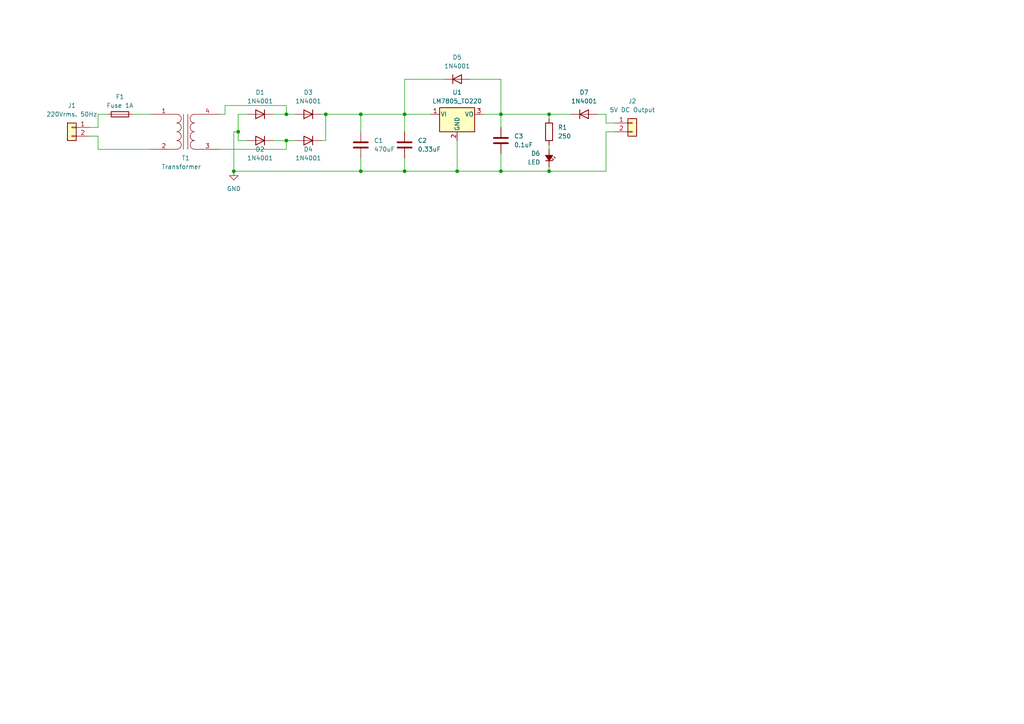
<source format=kicad_sch>
(kicad_sch (version 20230121) (generator eeschema)

  (uuid fd3bbd57-7101-4f51-8ab1-5f523834a250)

  (paper "A4")

  (lib_symbols
    (symbol "Connector_Generic:Conn_01x02" (pin_names (offset 1.016) hide) (in_bom yes) (on_board yes)
      (property "Reference" "J" (at 0 2.54 0)
        (effects (font (size 1.27 1.27)))
      )
      (property "Value" "Conn_01x02" (at 0 -5.08 0)
        (effects (font (size 1.27 1.27)))
      )
      (property "Footprint" "" (at 0 0 0)
        (effects (font (size 1.27 1.27)) hide)
      )
      (property "Datasheet" "~" (at 0 0 0)
        (effects (font (size 1.27 1.27)) hide)
      )
      (property "ki_keywords" "connector" (at 0 0 0)
        (effects (font (size 1.27 1.27)) hide)
      )
      (property "ki_description" "Generic connector, single row, 01x02, script generated (kicad-library-utils/schlib/autogen/connector/)" (at 0 0 0)
        (effects (font (size 1.27 1.27)) hide)
      )
      (property "ki_fp_filters" "Connector*:*_1x??_*" (at 0 0 0)
        (effects (font (size 1.27 1.27)) hide)
      )
      (symbol "Conn_01x02_1_1"
        (rectangle (start -1.27 -2.413) (end 0 -2.667)
          (stroke (width 0.1524) (type default))
          (fill (type none))
        )
        (rectangle (start -1.27 0.127) (end 0 -0.127)
          (stroke (width 0.1524) (type default))
          (fill (type none))
        )
        (rectangle (start -1.27 1.27) (end 1.27 -3.81)
          (stroke (width 0.254) (type default))
          (fill (type background))
        )
        (pin passive line (at -5.08 0 0) (length 3.81)
          (name "Pin_1" (effects (font (size 1.27 1.27))))
          (number "1" (effects (font (size 1.27 1.27))))
        )
        (pin passive line (at -5.08 -2.54 0) (length 3.81)
          (name "Pin_2" (effects (font (size 1.27 1.27))))
          (number "2" (effects (font (size 1.27 1.27))))
        )
      )
    )
    (symbol "Device:C" (pin_numbers hide) (pin_names (offset 0.254)) (in_bom yes) (on_board yes)
      (property "Reference" "C" (at 0.635 2.54 0)
        (effects (font (size 1.27 1.27)) (justify left))
      )
      (property "Value" "C" (at 0.635 -2.54 0)
        (effects (font (size 1.27 1.27)) (justify left))
      )
      (property "Footprint" "" (at 0.9652 -3.81 0)
        (effects (font (size 1.27 1.27)) hide)
      )
      (property "Datasheet" "~" (at 0 0 0)
        (effects (font (size 1.27 1.27)) hide)
      )
      (property "ki_keywords" "cap capacitor" (at 0 0 0)
        (effects (font (size 1.27 1.27)) hide)
      )
      (property "ki_description" "Unpolarized capacitor" (at 0 0 0)
        (effects (font (size 1.27 1.27)) hide)
      )
      (property "ki_fp_filters" "C_*" (at 0 0 0)
        (effects (font (size 1.27 1.27)) hide)
      )
      (symbol "C_0_1"
        (polyline
          (pts
            (xy -2.032 -0.762)
            (xy 2.032 -0.762)
          )
          (stroke (width 0.508) (type default))
          (fill (type none))
        )
        (polyline
          (pts
            (xy -2.032 0.762)
            (xy 2.032 0.762)
          )
          (stroke (width 0.508) (type default))
          (fill (type none))
        )
      )
      (symbol "C_1_1"
        (pin passive line (at 0 3.81 270) (length 2.794)
          (name "~" (effects (font (size 1.27 1.27))))
          (number "1" (effects (font (size 1.27 1.27))))
        )
        (pin passive line (at 0 -3.81 90) (length 2.794)
          (name "~" (effects (font (size 1.27 1.27))))
          (number "2" (effects (font (size 1.27 1.27))))
        )
      )
    )
    (symbol "Device:Fuse" (pin_numbers hide) (pin_names (offset 0)) (in_bom yes) (on_board yes)
      (property "Reference" "F" (at 2.032 0 90)
        (effects (font (size 1.27 1.27)))
      )
      (property "Value" "Fuse" (at -1.905 0 90)
        (effects (font (size 1.27 1.27)))
      )
      (property "Footprint" "" (at -1.778 0 90)
        (effects (font (size 1.27 1.27)) hide)
      )
      (property "Datasheet" "~" (at 0 0 0)
        (effects (font (size 1.27 1.27)) hide)
      )
      (property "ki_keywords" "fuse" (at 0 0 0)
        (effects (font (size 1.27 1.27)) hide)
      )
      (property "ki_description" "Fuse" (at 0 0 0)
        (effects (font (size 1.27 1.27)) hide)
      )
      (property "ki_fp_filters" "*Fuse*" (at 0 0 0)
        (effects (font (size 1.27 1.27)) hide)
      )
      (symbol "Fuse_0_1"
        (rectangle (start -0.762 -2.54) (end 0.762 2.54)
          (stroke (width 0.254) (type default))
          (fill (type none))
        )
        (polyline
          (pts
            (xy 0 2.54)
            (xy 0 -2.54)
          )
          (stroke (width 0) (type default))
          (fill (type none))
        )
      )
      (symbol "Fuse_1_1"
        (pin passive line (at 0 3.81 270) (length 1.27)
          (name "~" (effects (font (size 1.27 1.27))))
          (number "1" (effects (font (size 1.27 1.27))))
        )
        (pin passive line (at 0 -3.81 90) (length 1.27)
          (name "~" (effects (font (size 1.27 1.27))))
          (number "2" (effects (font (size 1.27 1.27))))
        )
      )
    )
    (symbol "Device:LED_Small_Filled" (pin_numbers hide) (pin_names (offset 0.254) hide) (in_bom yes) (on_board yes)
      (property "Reference" "D" (at -1.27 3.175 0)
        (effects (font (size 1.27 1.27)) (justify left))
      )
      (property "Value" "LED_Small_Filled" (at -4.445 -2.54 0)
        (effects (font (size 1.27 1.27)) (justify left))
      )
      (property "Footprint" "" (at 0 0 90)
        (effects (font (size 1.27 1.27)) hide)
      )
      (property "Datasheet" "~" (at 0 0 90)
        (effects (font (size 1.27 1.27)) hide)
      )
      (property "ki_keywords" "LED diode light-emitting-diode" (at 0 0 0)
        (effects (font (size 1.27 1.27)) hide)
      )
      (property "ki_description" "Light emitting diode, small symbol, filled shape" (at 0 0 0)
        (effects (font (size 1.27 1.27)) hide)
      )
      (property "ki_fp_filters" "LED* LED_SMD:* LED_THT:*" (at 0 0 0)
        (effects (font (size 1.27 1.27)) hide)
      )
      (symbol "LED_Small_Filled_0_1"
        (polyline
          (pts
            (xy -0.762 -1.016)
            (xy -0.762 1.016)
          )
          (stroke (width 0.254) (type default))
          (fill (type none))
        )
        (polyline
          (pts
            (xy 1.016 0)
            (xy -0.762 0)
          )
          (stroke (width 0) (type default))
          (fill (type none))
        )
        (polyline
          (pts
            (xy 0.762 -1.016)
            (xy -0.762 0)
            (xy 0.762 1.016)
            (xy 0.762 -1.016)
          )
          (stroke (width 0.254) (type default))
          (fill (type outline))
        )
        (polyline
          (pts
            (xy 0 0.762)
            (xy -0.508 1.27)
            (xy -0.254 1.27)
            (xy -0.508 1.27)
            (xy -0.508 1.016)
          )
          (stroke (width 0) (type default))
          (fill (type none))
        )
        (polyline
          (pts
            (xy 0.508 1.27)
            (xy 0 1.778)
            (xy 0.254 1.778)
            (xy 0 1.778)
            (xy 0 1.524)
          )
          (stroke (width 0) (type default))
          (fill (type none))
        )
      )
      (symbol "LED_Small_Filled_1_1"
        (pin passive line (at -2.54 0 0) (length 1.778)
          (name "K" (effects (font (size 1.27 1.27))))
          (number "1" (effects (font (size 1.27 1.27))))
        )
        (pin passive line (at 2.54 0 180) (length 1.778)
          (name "A" (effects (font (size 1.27 1.27))))
          (number "2" (effects (font (size 1.27 1.27))))
        )
      )
    )
    (symbol "Device:R" (pin_numbers hide) (pin_names (offset 0)) (in_bom yes) (on_board yes)
      (property "Reference" "R" (at 2.032 0 90)
        (effects (font (size 1.27 1.27)))
      )
      (property "Value" "R" (at 0 0 90)
        (effects (font (size 1.27 1.27)))
      )
      (property "Footprint" "" (at -1.778 0 90)
        (effects (font (size 1.27 1.27)) hide)
      )
      (property "Datasheet" "~" (at 0 0 0)
        (effects (font (size 1.27 1.27)) hide)
      )
      (property "ki_keywords" "R res resistor" (at 0 0 0)
        (effects (font (size 1.27 1.27)) hide)
      )
      (property "ki_description" "Resistor" (at 0 0 0)
        (effects (font (size 1.27 1.27)) hide)
      )
      (property "ki_fp_filters" "R_*" (at 0 0 0)
        (effects (font (size 1.27 1.27)) hide)
      )
      (symbol "R_0_1"
        (rectangle (start -1.016 -2.54) (end 1.016 2.54)
          (stroke (width 0.254) (type default))
          (fill (type none))
        )
      )
      (symbol "R_1_1"
        (pin passive line (at 0 3.81 270) (length 1.27)
          (name "~" (effects (font (size 1.27 1.27))))
          (number "1" (effects (font (size 1.27 1.27))))
        )
        (pin passive line (at 0 -3.81 90) (length 1.27)
          (name "~" (effects (font (size 1.27 1.27))))
          (number "2" (effects (font (size 1.27 1.27))))
        )
      )
    )
    (symbol "Device:Transformer_1P_1S" (pin_names (offset 1.016) hide) (in_bom yes) (on_board yes)
      (property "Reference" "T" (at 0 6.35 0)
        (effects (font (size 1.27 1.27)))
      )
      (property "Value" "Transformer_1P_1S" (at 0 -7.62 0)
        (effects (font (size 1.27 1.27)))
      )
      (property "Footprint" "" (at 0 0 0)
        (effects (font (size 1.27 1.27)) hide)
      )
      (property "Datasheet" "~" (at 0 0 0)
        (effects (font (size 1.27 1.27)) hide)
      )
      (property "ki_keywords" "transformer coil magnet" (at 0 0 0)
        (effects (font (size 1.27 1.27)) hide)
      )
      (property "ki_description" "Transformer, single primary, single secondary" (at 0 0 0)
        (effects (font (size 1.27 1.27)) hide)
      )
      (symbol "Transformer_1P_1S_0_1"
        (arc (start -2.54 -5.0546) (mid -1.6599 -4.6901) (end -1.27 -3.81)
          (stroke (width 0) (type default))
          (fill (type none))
        )
        (arc (start -2.54 -2.5146) (mid -1.6599 -2.1501) (end -1.27 -1.27)
          (stroke (width 0) (type default))
          (fill (type none))
        )
        (arc (start -2.54 0.0254) (mid -1.6599 0.3899) (end -1.27 1.27)
          (stroke (width 0) (type default))
          (fill (type none))
        )
        (arc (start -2.54 2.5654) (mid -1.6599 2.9299) (end -1.27 3.81)
          (stroke (width 0) (type default))
          (fill (type none))
        )
        (arc (start -1.27 -3.81) (mid -1.642 -2.912) (end -2.54 -2.54)
          (stroke (width 0) (type default))
          (fill (type none))
        )
        (arc (start -1.27 -1.27) (mid -1.642 -0.372) (end -2.54 0)
          (stroke (width 0) (type default))
          (fill (type none))
        )
        (arc (start -1.27 1.27) (mid -1.642 2.168) (end -2.54 2.54)
          (stroke (width 0) (type default))
          (fill (type none))
        )
        (arc (start -1.27 3.81) (mid -1.642 4.708) (end -2.54 5.08)
          (stroke (width 0) (type default))
          (fill (type none))
        )
        (polyline
          (pts
            (xy -0.635 5.08)
            (xy -0.635 -5.08)
          )
          (stroke (width 0) (type default))
          (fill (type none))
        )
        (polyline
          (pts
            (xy 0.635 -5.08)
            (xy 0.635 5.08)
          )
          (stroke (width 0) (type default))
          (fill (type none))
        )
        (arc (start 1.2954 -1.27) (mid 1.6599 -2.1501) (end 2.54 -2.5146)
          (stroke (width 0) (type default))
          (fill (type none))
        )
        (arc (start 1.2954 1.27) (mid 1.6599 0.3899) (end 2.54 0.0254)
          (stroke (width 0) (type default))
          (fill (type none))
        )
        (arc (start 1.2954 3.81) (mid 1.6599 2.9299) (end 2.54 2.5654)
          (stroke (width 0) (type default))
          (fill (type none))
        )
        (arc (start 1.3208 -3.81) (mid 1.6853 -4.6901) (end 2.5654 -5.0546)
          (stroke (width 0) (type default))
          (fill (type none))
        )
        (arc (start 2.54 0) (mid 1.642 -0.372) (end 1.2954 -1.27)
          (stroke (width 0) (type default))
          (fill (type none))
        )
        (arc (start 2.54 2.54) (mid 1.642 2.168) (end 1.2954 1.27)
          (stroke (width 0) (type default))
          (fill (type none))
        )
        (arc (start 2.54 5.08) (mid 1.642 4.708) (end 1.2954 3.81)
          (stroke (width 0) (type default))
          (fill (type none))
        )
        (arc (start 2.5654 -2.54) (mid 1.6674 -2.912) (end 1.3208 -3.81)
          (stroke (width 0) (type default))
          (fill (type none))
        )
      )
      (symbol "Transformer_1P_1S_1_1"
        (pin passive line (at -10.16 5.08 0) (length 7.62)
          (name "AA" (effects (font (size 1.27 1.27))))
          (number "1" (effects (font (size 1.27 1.27))))
        )
        (pin passive line (at -10.16 -5.08 0) (length 7.62)
          (name "AB" (effects (font (size 1.27 1.27))))
          (number "2" (effects (font (size 1.27 1.27))))
        )
        (pin passive line (at 10.16 -5.08 180) (length 7.62)
          (name "SA" (effects (font (size 1.27 1.27))))
          (number "3" (effects (font (size 1.27 1.27))))
        )
        (pin passive line (at 10.16 5.08 180) (length 7.62)
          (name "SB" (effects (font (size 1.27 1.27))))
          (number "4" (effects (font (size 1.27 1.27))))
        )
      )
    )
    (symbol "Diode:1N4001" (pin_numbers hide) (pin_names hide) (in_bom yes) (on_board yes)
      (property "Reference" "D" (at 0 2.54 0)
        (effects (font (size 1.27 1.27)))
      )
      (property "Value" "1N4001" (at 0 -2.54 0)
        (effects (font (size 1.27 1.27)))
      )
      (property "Footprint" "Diode_THT:D_DO-41_SOD81_P10.16mm_Horizontal" (at 0 0 0)
        (effects (font (size 1.27 1.27)) hide)
      )
      (property "Datasheet" "http://www.vishay.com/docs/88503/1n4001.pdf" (at 0 0 0)
        (effects (font (size 1.27 1.27)) hide)
      )
      (property "Sim.Device" "D" (at 0 0 0)
        (effects (font (size 1.27 1.27)) hide)
      )
      (property "Sim.Pins" "1=K 2=A" (at 0 0 0)
        (effects (font (size 1.27 1.27)) hide)
      )
      (property "ki_keywords" "diode" (at 0 0 0)
        (effects (font (size 1.27 1.27)) hide)
      )
      (property "ki_description" "50V 1A General Purpose Rectifier Diode, DO-41" (at 0 0 0)
        (effects (font (size 1.27 1.27)) hide)
      )
      (property "ki_fp_filters" "D*DO?41*" (at 0 0 0)
        (effects (font (size 1.27 1.27)) hide)
      )
      (symbol "1N4001_0_1"
        (polyline
          (pts
            (xy -1.27 1.27)
            (xy -1.27 -1.27)
          )
          (stroke (width 0.254) (type default))
          (fill (type none))
        )
        (polyline
          (pts
            (xy 1.27 0)
            (xy -1.27 0)
          )
          (stroke (width 0) (type default))
          (fill (type none))
        )
        (polyline
          (pts
            (xy 1.27 1.27)
            (xy 1.27 -1.27)
            (xy -1.27 0)
            (xy 1.27 1.27)
          )
          (stroke (width 0.254) (type default))
          (fill (type none))
        )
      )
      (symbol "1N4001_1_1"
        (pin passive line (at -3.81 0 0) (length 2.54)
          (name "K" (effects (font (size 1.27 1.27))))
          (number "1" (effects (font (size 1.27 1.27))))
        )
        (pin passive line (at 3.81 0 180) (length 2.54)
          (name "A" (effects (font (size 1.27 1.27))))
          (number "2" (effects (font (size 1.27 1.27))))
        )
      )
    )
    (symbol "Regulator_Linear:LM7805_TO220" (pin_names (offset 0.254)) (in_bom yes) (on_board yes)
      (property "Reference" "U" (at -3.81 3.175 0)
        (effects (font (size 1.27 1.27)))
      )
      (property "Value" "LM7805_TO220" (at 0 3.175 0)
        (effects (font (size 1.27 1.27)) (justify left))
      )
      (property "Footprint" "Package_TO_SOT_THT:TO-220-3_Vertical" (at 0 5.715 0)
        (effects (font (size 1.27 1.27) italic) hide)
      )
      (property "Datasheet" "https://www.onsemi.cn/PowerSolutions/document/MC7800-D.PDF" (at 0 -1.27 0)
        (effects (font (size 1.27 1.27)) hide)
      )
      (property "ki_keywords" "Voltage Regulator 1A Positive" (at 0 0 0)
        (effects (font (size 1.27 1.27)) hide)
      )
      (property "ki_description" "Positive 1A 35V Linear Regulator, Fixed Output 5V, TO-220" (at 0 0 0)
        (effects (font (size 1.27 1.27)) hide)
      )
      (property "ki_fp_filters" "TO?220*" (at 0 0 0)
        (effects (font (size 1.27 1.27)) hide)
      )
      (symbol "LM7805_TO220_0_1"
        (rectangle (start -5.08 1.905) (end 5.08 -5.08)
          (stroke (width 0.254) (type default))
          (fill (type background))
        )
      )
      (symbol "LM7805_TO220_1_1"
        (pin power_in line (at -7.62 0 0) (length 2.54)
          (name "VI" (effects (font (size 1.27 1.27))))
          (number "1" (effects (font (size 1.27 1.27))))
        )
        (pin power_in line (at 0 -7.62 90) (length 2.54)
          (name "GND" (effects (font (size 1.27 1.27))))
          (number "2" (effects (font (size 1.27 1.27))))
        )
        (pin power_out line (at 7.62 0 180) (length 2.54)
          (name "VO" (effects (font (size 1.27 1.27))))
          (number "3" (effects (font (size 1.27 1.27))))
        )
      )
    )
    (symbol "power:GND" (power) (pin_names (offset 0)) (in_bom yes) (on_board yes)
      (property "Reference" "#PWR" (at 0 -6.35 0)
        (effects (font (size 1.27 1.27)) hide)
      )
      (property "Value" "GND" (at 0 -3.81 0)
        (effects (font (size 1.27 1.27)))
      )
      (property "Footprint" "" (at 0 0 0)
        (effects (font (size 1.27 1.27)) hide)
      )
      (property "Datasheet" "" (at 0 0 0)
        (effects (font (size 1.27 1.27)) hide)
      )
      (property "ki_keywords" "global power" (at 0 0 0)
        (effects (font (size 1.27 1.27)) hide)
      )
      (property "ki_description" "Power symbol creates a global label with name \"GND\" , ground" (at 0 0 0)
        (effects (font (size 1.27 1.27)) hide)
      )
      (symbol "GND_0_1"
        (polyline
          (pts
            (xy 0 0)
            (xy 0 -1.27)
            (xy 1.27 -1.27)
            (xy 0 -2.54)
            (xy -1.27 -1.27)
            (xy 0 -1.27)
          )
          (stroke (width 0) (type default))
          (fill (type none))
        )
      )
      (symbol "GND_1_1"
        (pin power_in line (at 0 0 270) (length 0) hide
          (name "GND" (effects (font (size 1.27 1.27))))
          (number "1" (effects (font (size 1.27 1.27))))
        )
      )
    )
  )

  (junction (at 159.258 33.147) (diameter 0) (color 0 0 0 0)
    (uuid 082d7944-aeea-4af0-b9c7-eb6455c66549)
  )
  (junction (at 83.058 40.767) (diameter 0) (color 0 0 0 0)
    (uuid 12985456-4ab4-412f-9f46-42198517aa67)
  )
  (junction (at 117.348 49.657) (diameter 0) (color 0 0 0 0)
    (uuid 17f7838a-de7b-4e3d-8d2d-870589575890)
  )
  (junction (at 104.648 49.657) (diameter 0) (color 0 0 0 0)
    (uuid 333b8a1e-e373-4066-ab66-a1c5f826ac75)
  )
  (junction (at 69.088 38.227) (diameter 0) (color 0 0 0 0)
    (uuid 4ee72fa8-fe4f-4cc6-b2a0-b4939fcc92f3)
  )
  (junction (at 159.258 49.657) (diameter 0) (color 0 0 0 0)
    (uuid 66f29af3-19fb-489a-9a01-2e7f3e8d445a)
  )
  (junction (at 104.648 33.147) (diameter 0) (color 0 0 0 0)
    (uuid 77a715c4-f590-4657-a235-a019ccc97497)
  )
  (junction (at 145.288 49.657) (diameter 0) (color 0 0 0 0)
    (uuid 7f27f650-556c-4327-9962-3853008eab26)
  )
  (junction (at 117.348 33.147) (diameter 0) (color 0 0 0 0)
    (uuid 86f75cd5-b4da-4a13-8507-4f946e76181e)
  )
  (junction (at 145.288 33.147) (diameter 0) (color 0 0 0 0)
    (uuid 925d48e7-f82f-46d0-b92e-d21129d5c92b)
  )
  (junction (at 94.488 33.147) (diameter 0) (color 0 0 0 0)
    (uuid a870f5f0-c951-45db-ac8f-327def760185)
  )
  (junction (at 67.818 49.657) (diameter 0) (color 0 0 0 0)
    (uuid c01c29bd-9219-43fa-ac95-ed27c28fca21)
  )
  (junction (at 132.588 49.657) (diameter 0) (color 0 0 0 0)
    (uuid f4053b23-9182-4a33-af02-c11c75eff1a9)
  )
  (junction (at 83.058 33.147) (diameter 0) (color 0 0 0 0)
    (uuid f423366f-87ab-4c34-a409-5b9fa5882321)
  )

  (wire (pts (xy 28.448 36.957) (xy 25.908 36.957))
    (stroke (width 0) (type default))
    (uuid 00a173b8-0f1b-48ec-a727-57c8761f4d0f)
  )
  (wire (pts (xy 145.288 22.987) (xy 145.288 33.147))
    (stroke (width 0) (type default))
    (uuid 016ae18c-c1b8-4741-b35a-0a9944b6dd7d)
  )
  (wire (pts (xy 178.308 38.227) (xy 175.768 38.227))
    (stroke (width 0) (type default))
    (uuid 0db59a1e-71ae-48a8-b66f-afe0b37645ca)
  )
  (wire (pts (xy 175.768 38.227) (xy 175.768 49.657))
    (stroke (width 0) (type default))
    (uuid 181eef4d-c7d8-4e00-a80b-9dbfabbb2f82)
  )
  (wire (pts (xy 132.588 40.767) (xy 132.588 49.657))
    (stroke (width 0) (type default))
    (uuid 1e94ad14-3c0a-4fdd-8583-d3f788de2893)
  )
  (wire (pts (xy 83.058 30.607) (xy 83.058 33.147))
    (stroke (width 0) (type default))
    (uuid 25da65e9-b4a9-4da4-aac1-229b759a8617)
  )
  (wire (pts (xy 38.608 33.147) (xy 43.688 33.147))
    (stroke (width 0) (type default))
    (uuid 2f26a729-eafa-4d27-ad6b-10e96d306b44)
  )
  (wire (pts (xy 104.648 33.147) (xy 117.348 33.147))
    (stroke (width 0) (type default))
    (uuid 30d85c8f-3dbc-4417-973f-f0b9128dcb69)
  )
  (wire (pts (xy 173.228 33.147) (xy 175.768 33.147))
    (stroke (width 0) (type default))
    (uuid 33eef8dc-0593-48a4-8a22-acc05d6acf59)
  )
  (wire (pts (xy 69.088 33.147) (xy 69.088 38.227))
    (stroke (width 0) (type default))
    (uuid 34ba0f0a-a3f3-4168-9708-48ebfeef233a)
  )
  (wire (pts (xy 30.988 33.147) (xy 28.448 33.147))
    (stroke (width 0) (type default))
    (uuid 38c2a513-ad72-44af-ba74-a78eadaf66d2)
  )
  (wire (pts (xy 69.088 40.767) (xy 71.628 40.767))
    (stroke (width 0) (type default))
    (uuid 3b5a8a58-e0b4-4a9b-9e39-ad7d6d3aca7f)
  )
  (wire (pts (xy 69.088 38.227) (xy 69.088 40.767))
    (stroke (width 0) (type default))
    (uuid 488015b2-540f-4d1a-9974-f4fdff1680a6)
  )
  (wire (pts (xy 132.588 49.657) (xy 145.288 49.657))
    (stroke (width 0) (type default))
    (uuid 4e1b4dbf-e1bf-45eb-89ec-09e4d40e0b6b)
  )
  (wire (pts (xy 159.258 34.417) (xy 159.258 33.147))
    (stroke (width 0) (type default))
    (uuid 5d2866c6-002f-4b47-9c08-bfff77af4403)
  )
  (wire (pts (xy 79.248 33.147) (xy 83.058 33.147))
    (stroke (width 0) (type default))
    (uuid 5d2a8411-5c3b-4186-8fd7-40042f91206c)
  )
  (wire (pts (xy 145.288 33.147) (xy 140.208 33.147))
    (stroke (width 0) (type default))
    (uuid 5dbfa017-bde5-48c7-a1b7-ded8843b698e)
  )
  (wire (pts (xy 67.818 49.657) (xy 67.818 38.227))
    (stroke (width 0) (type default))
    (uuid 6220d33d-ebdf-4e2c-aa6e-f245d0e9b91e)
  )
  (wire (pts (xy 104.648 45.847) (xy 104.648 49.657))
    (stroke (width 0) (type default))
    (uuid 634b6446-a863-488d-b9e1-3c33162c2282)
  )
  (wire (pts (xy 104.648 33.147) (xy 104.648 38.227))
    (stroke (width 0) (type default))
    (uuid 63687917-cf36-491d-96e6-2c65a6852dd4)
  )
  (wire (pts (xy 83.058 33.147) (xy 85.598 33.147))
    (stroke (width 0) (type default))
    (uuid 6cf91329-3e71-4f2c-b1da-95805eaa5b21)
  )
  (wire (pts (xy 94.488 33.147) (xy 104.648 33.147))
    (stroke (width 0) (type default))
    (uuid 6e5cfcdf-64df-4996-9978-0224d1aa89bb)
  )
  (wire (pts (xy 83.058 43.307) (xy 83.058 40.767))
    (stroke (width 0) (type default))
    (uuid 788fc522-0423-4e4d-936b-b8674ae23008)
  )
  (wire (pts (xy 159.258 33.147) (xy 165.608 33.147))
    (stroke (width 0) (type default))
    (uuid 7ad76f2c-b20c-42c4-abb3-62f3e230530a)
  )
  (wire (pts (xy 43.688 43.307) (xy 28.448 43.307))
    (stroke (width 0) (type default))
    (uuid 80d247d3-efa7-4ce4-90ab-539ccfcd7143)
  )
  (wire (pts (xy 159.258 48.387) (xy 159.258 49.657))
    (stroke (width 0) (type default))
    (uuid 811abc79-3cd2-4438-a3ab-dde4ce50217f)
  )
  (wire (pts (xy 117.348 33.147) (xy 124.968 33.147))
    (stroke (width 0) (type default))
    (uuid 84f0174e-5c30-4fd3-94df-4183ea8154a0)
  )
  (wire (pts (xy 67.818 49.657) (xy 104.648 49.657))
    (stroke (width 0) (type default))
    (uuid 86a1cbf1-006b-499d-8ced-a9630f293cfd)
  )
  (wire (pts (xy 117.348 45.847) (xy 117.348 49.657))
    (stroke (width 0) (type default))
    (uuid 8821b8fb-58db-4768-a6df-8c2b0c2e1129)
  )
  (wire (pts (xy 145.288 44.577) (xy 145.288 49.657))
    (stroke (width 0) (type default))
    (uuid 88639c07-235f-4ad5-9721-e83ffb02b5fc)
  )
  (wire (pts (xy 93.218 40.767) (xy 94.488 40.767))
    (stroke (width 0) (type default))
    (uuid 92a19449-fde9-4d62-8d2c-f4d66a54834a)
  )
  (wire (pts (xy 28.448 43.307) (xy 28.448 39.497))
    (stroke (width 0) (type default))
    (uuid 93408ab2-4afb-40d9-8833-12bdc2012517)
  )
  (wire (pts (xy 159.258 49.657) (xy 145.288 49.657))
    (stroke (width 0) (type default))
    (uuid 97bf4db9-7a0f-484f-b660-88a491fd9485)
  )
  (wire (pts (xy 93.218 33.147) (xy 94.488 33.147))
    (stroke (width 0) (type default))
    (uuid 97db2aec-69ea-47cc-ad45-60c65193fad2)
  )
  (wire (pts (xy 145.288 33.147) (xy 145.288 36.957))
    (stroke (width 0) (type default))
    (uuid 9840857c-62fe-4a92-895e-6523f0ca01f2)
  )
  (wire (pts (xy 159.258 49.657) (xy 175.768 49.657))
    (stroke (width 0) (type default))
    (uuid 98c4d9de-913f-4c19-a56f-e99eb9d0eb37)
  )
  (wire (pts (xy 65.278 30.607) (xy 83.058 30.607))
    (stroke (width 0) (type default))
    (uuid 9d1f6d78-49bf-4c89-a280-bffc05f53314)
  )
  (wire (pts (xy 136.398 22.987) (xy 145.288 22.987))
    (stroke (width 0) (type default))
    (uuid 9fd83d30-4890-4f1b-a0c3-1a9b1898bad1)
  )
  (wire (pts (xy 64.008 33.147) (xy 65.278 33.147))
    (stroke (width 0) (type default))
    (uuid a2029d8c-669e-4cc5-9079-fe5127b15aa3)
  )
  (wire (pts (xy 28.448 33.147) (xy 28.448 36.957))
    (stroke (width 0) (type default))
    (uuid a46a6b09-0770-4522-9080-4fac60fd55e8)
  )
  (wire (pts (xy 64.008 43.307) (xy 83.058 43.307))
    (stroke (width 0) (type default))
    (uuid a54bb303-da5c-4c57-b840-ab350d95f7ba)
  )
  (wire (pts (xy 117.348 49.657) (xy 104.648 49.657))
    (stroke (width 0) (type default))
    (uuid aea33575-f50f-4515-9371-30800124e292)
  )
  (wire (pts (xy 117.348 49.657) (xy 132.588 49.657))
    (stroke (width 0) (type default))
    (uuid b70046e4-0252-4310-8725-0b097531e021)
  )
  (wire (pts (xy 128.778 22.987) (xy 117.348 22.987))
    (stroke (width 0) (type default))
    (uuid b9f13244-bee1-4753-b9cb-014c52eed331)
  )
  (wire (pts (xy 117.348 22.987) (xy 117.348 33.147))
    (stroke (width 0) (type default))
    (uuid bddb74ba-584a-41d4-b382-09fa98dac473)
  )
  (wire (pts (xy 159.258 33.147) (xy 145.288 33.147))
    (stroke (width 0) (type default))
    (uuid cd1012aa-6eb9-4be5-bd53-e421b144ae1a)
  )
  (wire (pts (xy 159.258 42.037) (xy 159.258 43.307))
    (stroke (width 0) (type default))
    (uuid cdb6e633-6359-40d4-bb26-e3f439e5437a)
  )
  (wire (pts (xy 65.278 33.147) (xy 65.278 30.607))
    (stroke (width 0) (type default))
    (uuid d3732468-fada-4eeb-a12c-3bdc2bbd8204)
  )
  (wire (pts (xy 117.348 33.147) (xy 117.348 38.227))
    (stroke (width 0) (type default))
    (uuid d9cff002-4f41-409a-bbf9-cc0997ae53f8)
  )
  (wire (pts (xy 67.818 38.227) (xy 69.088 38.227))
    (stroke (width 0) (type default))
    (uuid e221867f-30e5-442c-83ad-a06edd286782)
  )
  (wire (pts (xy 94.488 40.767) (xy 94.488 33.147))
    (stroke (width 0) (type default))
    (uuid e393d53b-2339-412a-8ef7-fba881b43cfa)
  )
  (wire (pts (xy 25.908 39.497) (xy 28.448 39.497))
    (stroke (width 0) (type default))
    (uuid e3ef0bf9-b336-491e-9dcd-645b01fcdb65)
  )
  (wire (pts (xy 71.628 33.147) (xy 69.088 33.147))
    (stroke (width 0) (type default))
    (uuid e70f682e-4fa0-4cd3-827f-760174982958)
  )
  (wire (pts (xy 83.058 40.767) (xy 85.598 40.767))
    (stroke (width 0) (type default))
    (uuid ecd334f2-43cd-482b-a023-d7c9d84ba4c6)
  )
  (wire (pts (xy 175.768 33.147) (xy 175.768 35.687))
    (stroke (width 0) (type default))
    (uuid ef0d8709-622f-4639-b752-0e567ea97be4)
  )
  (wire (pts (xy 175.768 35.687) (xy 178.308 35.687))
    (stroke (width 0) (type default))
    (uuid f4e07485-4157-4d17-9da5-04d1974fc553)
  )
  (wire (pts (xy 79.248 40.767) (xy 83.058 40.767))
    (stroke (width 0) (type default))
    (uuid fe6269c0-7f98-415c-ab7a-0c0f6dd65364)
  )

  (symbol (lib_id "Regulator_Linear:LM7805_TO220") (at 132.588 33.147 0) (unit 1)
    (in_bom yes) (on_board yes) (dnp no) (fields_autoplaced)
    (uuid 0233f109-cafd-44c0-98ee-e8eba6bdd756)
    (property "Reference" "U1" (at 132.588 26.797 0)
      (effects (font (size 1.27 1.27)))
    )
    (property "Value" "LM7805_TO220" (at 132.588 29.337 0)
      (effects (font (size 1.27 1.27)))
    )
    (property "Footprint" "Package_TO_SOT_THT:TO-220-3_Vertical" (at 132.588 27.432 0)
      (effects (font (size 1.27 1.27) italic) hide)
    )
    (property "Datasheet" "https://www.onsemi.cn/PowerSolutions/document/MC7800-D.PDF" (at 132.588 34.417 0)
      (effects (font (size 1.27 1.27)) hide)
    )
    (pin "1" (uuid 647236d7-8155-4f61-85aa-5c6dcd01a589))
    (pin "2" (uuid 50ca8c0d-d696-43c5-9a72-687189eb732e))
    (pin "3" (uuid 4b126a03-67e2-4fa3-8d00-8b2a56750e52))
    (instances
      (project "Fuente_regulada"
        (path "/3737d60c-2942-49bd-af7a-fe3faa0f8d08"
          (reference "U1") (unit 1)
        )
      )
      (project "Pendulo_inverso"
        (path "/fd3bbd57-7101-4f51-8ab1-5f523834a250"
          (reference "U1") (unit 1)
        )
      )
    )
  )

  (symbol (lib_id "Diode:1N4001") (at 75.438 33.147 180) (unit 1)
    (in_bom yes) (on_board yes) (dnp no) (fields_autoplaced)
    (uuid 0dd6b9d2-add6-4cdf-9ed1-fe25404e5089)
    (property "Reference" "D1" (at 75.438 26.797 0)
      (effects (font (size 1.27 1.27)))
    )
    (property "Value" "1N4001" (at 75.438 29.337 0)
      (effects (font (size 1.27 1.27)))
    )
    (property "Footprint" "Diode_THT:D_DO-41_SOD81_P10.16mm_Horizontal" (at 75.438 33.147 0)
      (effects (font (size 1.27 1.27)) hide)
    )
    (property "Datasheet" "http://www.vishay.com/docs/88503/1n4001.pdf" (at 75.438 33.147 0)
      (effects (font (size 1.27 1.27)) hide)
    )
    (property "Sim.Device" "D" (at 75.438 33.147 0)
      (effects (font (size 1.27 1.27)) hide)
    )
    (property "Sim.Pins" "1=K 2=A" (at 75.438 33.147 0)
      (effects (font (size 1.27 1.27)) hide)
    )
    (pin "1" (uuid c8b1ee5b-3ce0-4e45-9df7-417047dcb83f))
    (pin "2" (uuid 33201e7b-9b72-46a4-be06-4445da7a6c16))
    (instances
      (project "Fuente_regulada"
        (path "/3737d60c-2942-49bd-af7a-fe3faa0f8d08"
          (reference "D1") (unit 1)
        )
      )
      (project "Pendulo_inverso"
        (path "/fd3bbd57-7101-4f51-8ab1-5f523834a250"
          (reference "D1") (unit 1)
        )
      )
    )
  )

  (symbol (lib_id "Diode:1N4001") (at 132.588 22.987 0) (unit 1)
    (in_bom yes) (on_board yes) (dnp no) (fields_autoplaced)
    (uuid 1dac8f8d-cd64-4f5b-8f8a-092b7aa19262)
    (property "Reference" "D5" (at 132.588 16.637 0)
      (effects (font (size 1.27 1.27)))
    )
    (property "Value" "1N4001" (at 132.588 19.177 0)
      (effects (font (size 1.27 1.27)))
    )
    (property "Footprint" "Diode_THT:D_DO-41_SOD81_P10.16mm_Horizontal" (at 132.588 22.987 0)
      (effects (font (size 1.27 1.27)) hide)
    )
    (property "Datasheet" "http://www.vishay.com/docs/88503/1n4001.pdf" (at 132.588 22.987 0)
      (effects (font (size 1.27 1.27)) hide)
    )
    (property "Sim.Device" "D" (at 132.588 22.987 0)
      (effects (font (size 1.27 1.27)) hide)
    )
    (property "Sim.Pins" "1=K 2=A" (at 132.588 22.987 0)
      (effects (font (size 1.27 1.27)) hide)
    )
    (pin "1" (uuid 062c9eb0-c01a-4a90-adc6-88e99bcadab0))
    (pin "2" (uuid d5452bb1-1841-4f48-bfbb-2c05c5b9666a))
    (instances
      (project "Fuente_regulada"
        (path "/3737d60c-2942-49bd-af7a-fe3faa0f8d08"
          (reference "D5") (unit 1)
        )
      )
      (project "Pendulo_inverso"
        (path "/fd3bbd57-7101-4f51-8ab1-5f523834a250"
          (reference "D5") (unit 1)
        )
      )
    )
  )

  (symbol (lib_id "Device:C") (at 145.288 40.767 0) (unit 1)
    (in_bom yes) (on_board yes) (dnp no) (fields_autoplaced)
    (uuid 346c926d-9902-4728-945d-86f7d9d068a9)
    (property "Reference" "C3" (at 149.098 39.497 0)
      (effects (font (size 1.27 1.27)) (justify left))
    )
    (property "Value" "0.1uF" (at 149.098 42.037 0)
      (effects (font (size 1.27 1.27)) (justify left))
    )
    (property "Footprint" "Capacitor_SMD:CP_Elec_3x5.3" (at 146.2532 44.577 0)
      (effects (font (size 1.27 1.27)) hide)
    )
    (property "Datasheet" "~" (at 145.288 40.767 0)
      (effects (font (size 1.27 1.27)) hide)
    )
    (pin "1" (uuid 9606a17d-395c-4d27-b065-0df0806c53c5))
    (pin "2" (uuid 97ed408c-4dda-4f04-b8b7-ccabf543f4ec))
    (instances
      (project "Fuente_regulada"
        (path "/3737d60c-2942-49bd-af7a-fe3faa0f8d08"
          (reference "C3") (unit 1)
        )
      )
      (project "Pendulo_inverso"
        (path "/fd3bbd57-7101-4f51-8ab1-5f523834a250"
          (reference "C3") (unit 1)
        )
      )
    )
  )

  (symbol (lib_id "Diode:1N4001") (at 89.408 40.767 180) (unit 1)
    (in_bom yes) (on_board yes) (dnp no)
    (uuid 581877c6-c18f-4869-9cbf-2cd6c35bdb8a)
    (property "Reference" "D4" (at 89.408 43.307 0)
      (effects (font (size 1.27 1.27)))
    )
    (property "Value" "1N4001" (at 89.408 45.847 0)
      (effects (font (size 1.27 1.27)))
    )
    (property "Footprint" "Diode_THT:D_DO-41_SOD81_P10.16mm_Horizontal" (at 89.408 40.767 0)
      (effects (font (size 1.27 1.27)) hide)
    )
    (property "Datasheet" "http://www.vishay.com/docs/88503/1n4001.pdf" (at 89.408 40.767 0)
      (effects (font (size 1.27 1.27)) hide)
    )
    (property "Sim.Device" "D" (at 89.408 40.767 0)
      (effects (font (size 1.27 1.27)) hide)
    )
    (property "Sim.Pins" "1=K 2=A" (at 89.408 40.767 0)
      (effects (font (size 1.27 1.27)) hide)
    )
    (pin "1" (uuid dd48a5da-5e00-45fe-aec9-2fb982e13993))
    (pin "2" (uuid 8a9731ed-d61c-4997-9aae-cb574590721d))
    (instances
      (project "Fuente_regulada"
        (path "/3737d60c-2942-49bd-af7a-fe3faa0f8d08"
          (reference "D4") (unit 1)
        )
      )
      (project "Pendulo_inverso"
        (path "/fd3bbd57-7101-4f51-8ab1-5f523834a250"
          (reference "D4") (unit 1)
        )
      )
    )
  )

  (symbol (lib_id "Device:LED_Small_Filled") (at 159.258 45.847 270) (mirror x) (unit 1)
    (in_bom yes) (on_board yes) (dnp no)
    (uuid 63a95364-0292-4339-8a14-3f3eab6ec5d2)
    (property "Reference" "D6" (at 156.718 44.5135 90)
      (effects (font (size 1.27 1.27)) (justify right))
    )
    (property "Value" "LED" (at 156.718 47.0535 90)
      (effects (font (size 1.27 1.27)) (justify right))
    )
    (property "Footprint" "LED_SMD:LED_0201_0603Metric" (at 159.258 45.847 90)
      (effects (font (size 1.27 1.27)) hide)
    )
    (property "Datasheet" "~" (at 159.258 45.847 90)
      (effects (font (size 1.27 1.27)) hide)
    )
    (pin "1" (uuid d2a56d44-0c7e-4da9-8dad-a01809d3a14f))
    (pin "2" (uuid e4d86b37-6424-42b3-b112-5abe51a2edea))
    (instances
      (project "Fuente_regulada"
        (path "/3737d60c-2942-49bd-af7a-fe3faa0f8d08"
          (reference "D6") (unit 1)
        )
      )
      (project "Pendulo_inverso"
        (path "/fd3bbd57-7101-4f51-8ab1-5f523834a250"
          (reference "D6") (unit 1)
        )
      )
    )
  )

  (symbol (lib_id "Connector_Generic:Conn_01x02") (at 183.388 35.687 0) (unit 1)
    (in_bom yes) (on_board yes) (dnp no)
    (uuid 71f75595-35f6-4329-85fe-b1ad92a5f37e)
    (property "Reference" "J3" (at 183.388 29.337 0)
      (effects (font (size 1.27 1.27)))
    )
    (property "Value" "5V DC Output" (at 183.388 31.877 0)
      (effects (font (size 1.27 1.27)))
    )
    (property "Footprint" "Connector:Banana_Jack_2Pin" (at 183.388 35.687 0)
      (effects (font (size 1.27 1.27)) hide)
    )
    (property "Datasheet" "~" (at 183.388 35.687 0)
      (effects (font (size 1.27 1.27)) hide)
    )
    (pin "1" (uuid cd9fffa2-9f8c-4ad8-9afe-2b3e583737b9))
    (pin "2" (uuid 0a12546c-3c81-442e-b218-c6c1a062d72f))
    (instances
      (project "Fuente_regulada"
        (path "/3737d60c-2942-49bd-af7a-fe3faa0f8d08"
          (reference "J3") (unit 1)
        )
      )
      (project "Pendulo_inverso"
        (path "/fd3bbd57-7101-4f51-8ab1-5f523834a250"
          (reference "J2") (unit 1)
        )
      )
    )
  )

  (symbol (lib_id "Connector_Generic:Conn_01x02") (at 20.828 36.957 0) (mirror y) (unit 1)
    (in_bom yes) (on_board yes) (dnp no) (fields_autoplaced)
    (uuid 73fad49a-77f6-4013-a9cd-b3823c582b8e)
    (property "Reference" "J1" (at 20.828 30.607 0)
      (effects (font (size 1.27 1.27)))
    )
    (property "Value" "220Vrms. 50Hz" (at 20.828 33.147 0)
      (effects (font (size 1.27 1.27)))
    )
    (property "Footprint" "Connector:Banana_Jack_2Pin" (at 20.828 36.957 0)
      (effects (font (size 1.27 1.27)) hide)
    )
    (property "Datasheet" "~" (at 20.828 36.957 0)
      (effects (font (size 1.27 1.27)) hide)
    )
    (pin "1" (uuid e2f55524-c96f-46c5-af4e-844d39b93cf4))
    (pin "2" (uuid a8c418df-5382-4d0c-b622-056af3a92bea))
    (instances
      (project "Fuente_regulada"
        (path "/3737d60c-2942-49bd-af7a-fe3faa0f8d08"
          (reference "J1") (unit 1)
        )
      )
      (project "Pendulo_inverso"
        (path "/fd3bbd57-7101-4f51-8ab1-5f523834a250"
          (reference "J1") (unit 1)
        )
      )
    )
  )

  (symbol (lib_id "Device:C") (at 104.648 42.037 0) (unit 1)
    (in_bom yes) (on_board yes) (dnp no) (fields_autoplaced)
    (uuid 958c9cd5-7932-40b8-a7c0-79f4edeaa3ed)
    (property "Reference" "C1" (at 108.458 40.767 0)
      (effects (font (size 1.27 1.27)) (justify left))
    )
    (property "Value" "470uF" (at 108.458 43.307 0)
      (effects (font (size 1.27 1.27)) (justify left))
    )
    (property "Footprint" "Capacitor_SMD:CP_Elec_3x5.3" (at 105.6132 45.847 0)
      (effects (font (size 1.27 1.27)) hide)
    )
    (property "Datasheet" "~" (at 104.648 42.037 0)
      (effects (font (size 1.27 1.27)) hide)
    )
    (pin "1" (uuid 4071a116-2890-4d79-a6cb-51c1ebfdfcc1))
    (pin "2" (uuid abea7175-4977-424c-9351-a71bab86e04c))
    (instances
      (project "Fuente_regulada"
        (path "/3737d60c-2942-49bd-af7a-fe3faa0f8d08"
          (reference "C1") (unit 1)
        )
      )
      (project "Pendulo_inverso"
        (path "/fd3bbd57-7101-4f51-8ab1-5f523834a250"
          (reference "C1") (unit 1)
        )
      )
    )
  )

  (symbol (lib_id "Device:Fuse") (at 34.798 33.147 90) (unit 1)
    (in_bom yes) (on_board yes) (dnp no) (fields_autoplaced)
    (uuid 9f1e691c-c8da-49bd-add4-1fa81b11a9ac)
    (property "Reference" "F1" (at 34.798 28.067 90)
      (effects (font (size 1.27 1.27)))
    )
    (property "Value" "Fuse 1A" (at 34.798 30.607 90)
      (effects (font (size 1.27 1.27)))
    )
    (property "Footprint" "Resistor_SMD:R_0201_0603Metric" (at 34.798 34.925 90)
      (effects (font (size 1.27 1.27)) hide)
    )
    (property "Datasheet" "~" (at 34.798 33.147 0)
      (effects (font (size 1.27 1.27)) hide)
    )
    (pin "1" (uuid 4282e93a-d495-480b-944d-33133f9159b3))
    (pin "2" (uuid 72756754-9ecc-42ed-8ef1-4ef923d5636e))
    (instances
      (project "Fuente_regulada"
        (path "/3737d60c-2942-49bd-af7a-fe3faa0f8d08"
          (reference "F1") (unit 1)
        )
      )
      (project "Pendulo_inverso"
        (path "/fd3bbd57-7101-4f51-8ab1-5f523834a250"
          (reference "F1") (unit 1)
        )
      )
    )
  )

  (symbol (lib_id "Diode:1N4001") (at 169.418 33.147 0) (unit 1)
    (in_bom yes) (on_board yes) (dnp no) (fields_autoplaced)
    (uuid afc048d4-deb5-4f58-a094-02dbd7c6387a)
    (property "Reference" "D7" (at 169.418 26.797 0)
      (effects (font (size 1.27 1.27)))
    )
    (property "Value" "1N4001" (at 169.418 29.337 0)
      (effects (font (size 1.27 1.27)))
    )
    (property "Footprint" "Diode_THT:D_DO-41_SOD81_P10.16mm_Horizontal" (at 169.418 33.147 0)
      (effects (font (size 1.27 1.27)) hide)
    )
    (property "Datasheet" "http://www.vishay.com/docs/88503/1n4001.pdf" (at 169.418 33.147 0)
      (effects (font (size 1.27 1.27)) hide)
    )
    (property "Sim.Device" "D" (at 169.418 33.147 0)
      (effects (font (size 1.27 1.27)) hide)
    )
    (property "Sim.Pins" "1=K 2=A" (at 169.418 33.147 0)
      (effects (font (size 1.27 1.27)) hide)
    )
    (pin "1" (uuid 51f73ce9-8406-4151-a77c-e1f87a687696))
    (pin "2" (uuid f4a41774-13f5-43f9-8afb-278ae7acdd33))
    (instances
      (project "Fuente_regulada"
        (path "/3737d60c-2942-49bd-af7a-fe3faa0f8d08"
          (reference "D7") (unit 1)
        )
      )
      (project "Pendulo_inverso"
        (path "/fd3bbd57-7101-4f51-8ab1-5f523834a250"
          (reference "D7") (unit 1)
        )
      )
    )
  )

  (symbol (lib_id "Device:R") (at 159.258 38.227 0) (unit 1)
    (in_bom yes) (on_board yes) (dnp no) (fields_autoplaced)
    (uuid b2f14b3b-d8d8-4031-973b-bc91ec0686a8)
    (property "Reference" "R1" (at 161.798 36.957 0)
      (effects (font (size 1.27 1.27)) (justify left))
    )
    (property "Value" "250" (at 161.798 39.497 0)
      (effects (font (size 1.27 1.27)) (justify left))
    )
    (property "Footprint" "Resistor_SMD:R_0201_0603Metric" (at 157.48 38.227 90)
      (effects (font (size 1.27 1.27)) hide)
    )
    (property "Datasheet" "~" (at 159.258 38.227 0)
      (effects (font (size 1.27 1.27)) hide)
    )
    (pin "1" (uuid 57bb06b2-7709-450c-ae4d-8a98420546ee))
    (pin "2" (uuid 65911e08-4afb-409c-948d-c9361460b319))
    (instances
      (project "Fuente_regulada"
        (path "/3737d60c-2942-49bd-af7a-fe3faa0f8d08"
          (reference "R1") (unit 1)
        )
      )
      (project "Pendulo_inverso"
        (path "/fd3bbd57-7101-4f51-8ab1-5f523834a250"
          (reference "R1") (unit 1)
        )
      )
    )
  )

  (symbol (lib_id "Diode:1N4001") (at 89.408 33.147 180) (unit 1)
    (in_bom yes) (on_board yes) (dnp no) (fields_autoplaced)
    (uuid d16be45b-c775-4f94-bca1-1b6fc2d6dbec)
    (property "Reference" "D3" (at 89.408 26.797 0)
      (effects (font (size 1.27 1.27)))
    )
    (property "Value" "1N4001" (at 89.408 29.337 0)
      (effects (font (size 1.27 1.27)))
    )
    (property "Footprint" "Diode_THT:D_DO-41_SOD81_P10.16mm_Horizontal" (at 89.408 33.147 0)
      (effects (font (size 1.27 1.27)) hide)
    )
    (property "Datasheet" "http://www.vishay.com/docs/88503/1n4001.pdf" (at 89.408 33.147 0)
      (effects (font (size 1.27 1.27)) hide)
    )
    (property "Sim.Device" "D" (at 89.408 33.147 0)
      (effects (font (size 1.27 1.27)) hide)
    )
    (property "Sim.Pins" "1=K 2=A" (at 89.408 33.147 0)
      (effects (font (size 1.27 1.27)) hide)
    )
    (pin "1" (uuid 3ec64916-f31b-43c9-9bce-7d676de1714d))
    (pin "2" (uuid b5235480-3dc9-4fc0-8f1a-1557c6a44101))
    (instances
      (project "Fuente_regulada"
        (path "/3737d60c-2942-49bd-af7a-fe3faa0f8d08"
          (reference "D3") (unit 1)
        )
      )
      (project "Pendulo_inverso"
        (path "/fd3bbd57-7101-4f51-8ab1-5f523834a250"
          (reference "D3") (unit 1)
        )
      )
    )
  )

  (symbol (lib_id "power:GND") (at 67.818 49.657 0) (unit 1)
    (in_bom yes) (on_board yes) (dnp no) (fields_autoplaced)
    (uuid d190e50a-944a-41bf-b189-d8601f00c59c)
    (property "Reference" "#PWR01" (at 67.818 56.007 0)
      (effects (font (size 1.27 1.27)) hide)
    )
    (property "Value" "GND" (at 67.818 54.737 0)
      (effects (font (size 1.27 1.27)))
    )
    (property "Footprint" "Connector:Banana_Jack_1Pin" (at 67.818 49.657 0)
      (effects (font (size 1.27 1.27)) hide)
    )
    (property "Datasheet" "" (at 67.818 49.657 0)
      (effects (font (size 1.27 1.27)) hide)
    )
    (pin "1" (uuid c2ef3777-6fb2-4d79-b7fe-e81e59b0db8b))
    (instances
      (project "Fuente_regulada"
        (path "/3737d60c-2942-49bd-af7a-fe3faa0f8d08"
          (reference "#PWR01") (unit 1)
        )
      )
      (project "Pendulo_inverso"
        (path "/fd3bbd57-7101-4f51-8ab1-5f523834a250"
          (reference "#PWR01") (unit 1)
        )
      )
    )
  )

  (symbol (lib_id "Diode:1N4001") (at 75.438 40.767 180) (unit 1)
    (in_bom yes) (on_board yes) (dnp no)
    (uuid dab1326e-7fdc-4be9-bd7a-0589438ac41d)
    (property "Reference" "D2" (at 75.438 43.307 0)
      (effects (font (size 1.27 1.27)))
    )
    (property "Value" "1N4001" (at 75.438 45.847 0)
      (effects (font (size 1.27 1.27)))
    )
    (property "Footprint" "Diode_THT:D_DO-41_SOD81_P10.16mm_Horizontal" (at 75.438 40.767 0)
      (effects (font (size 1.27 1.27)) hide)
    )
    (property "Datasheet" "http://www.vishay.com/docs/88503/1n4001.pdf" (at 75.438 40.767 0)
      (effects (font (size 1.27 1.27)) hide)
    )
    (property "Sim.Device" "D" (at 75.438 40.767 0)
      (effects (font (size 1.27 1.27)) hide)
    )
    (property "Sim.Pins" "1=K 2=A" (at 75.438 40.767 0)
      (effects (font (size 1.27 1.27)) hide)
    )
    (pin "1" (uuid 8bdce636-58b6-4bd9-8512-5ef5db6abed8))
    (pin "2" (uuid 607c248c-e3f2-43fa-b8cf-7bb890f6a268))
    (instances
      (project "Fuente_regulada"
        (path "/3737d60c-2942-49bd-af7a-fe3faa0f8d08"
          (reference "D2") (unit 1)
        )
      )
      (project "Pendulo_inverso"
        (path "/fd3bbd57-7101-4f51-8ab1-5f523834a250"
          (reference "D2") (unit 1)
        )
      )
    )
  )

  (symbol (lib_id "Device:C") (at 117.348 42.037 0) (unit 1)
    (in_bom yes) (on_board yes) (dnp no) (fields_autoplaced)
    (uuid df05e924-6509-44db-acab-fe9a53107036)
    (property "Reference" "C2" (at 121.158 40.767 0)
      (effects (font (size 1.27 1.27)) (justify left))
    )
    (property "Value" "0.33uF" (at 121.158 43.307 0)
      (effects (font (size 1.27 1.27)) (justify left))
    )
    (property "Footprint" "Capacitor_SMD:CP_Elec_3x5.3" (at 118.3132 45.847 0)
      (effects (font (size 1.27 1.27)) hide)
    )
    (property "Datasheet" "~" (at 117.348 42.037 0)
      (effects (font (size 1.27 1.27)) hide)
    )
    (pin "1" (uuid 8041f137-3265-4c76-9975-18843e14bbe6))
    (pin "2" (uuid 6030a411-1776-43dc-804d-30906bcdfb84))
    (instances
      (project "Fuente_regulada"
        (path "/3737d60c-2942-49bd-af7a-fe3faa0f8d08"
          (reference "C2") (unit 1)
        )
      )
      (project "Pendulo_inverso"
        (path "/fd3bbd57-7101-4f51-8ab1-5f523834a250"
          (reference "C2") (unit 1)
        )
      )
    )
  )

  (symbol (lib_id "Device:Transformer_1P_1S") (at 53.848 38.227 0) (unit 1)
    (in_bom yes) (on_board yes) (dnp no)
    (uuid f2ca56da-b597-42c1-97c4-6e522c8930f2)
    (property "Reference" "T1" (at 53.848 45.847 0)
      (effects (font (size 1.27 1.27)))
    )
    (property "Value" "Transformer" (at 52.578 48.387 0)
      (effects (font (size 1.27 1.27)))
    )
    (property "Footprint" "Transformer_THT:Transformer_Toroid_Horizontal_D18.0mm" (at 53.848 38.227 0)
      (effects (font (size 1.27 1.27)) hide)
    )
    (property "Datasheet" "~" (at 53.848 38.227 0)
      (effects (font (size 1.27 1.27)) hide)
    )
    (pin "1" (uuid 8a86bcec-e801-47f6-af4e-1cf6427f7147))
    (pin "2" (uuid fc60fc51-23e0-4368-a3ea-e38d13589fd1))
    (pin "3" (uuid 7c0e7e01-94fe-43dd-90dc-c265a4443990))
    (pin "4" (uuid 08e99015-95e2-4bf8-8997-a6533fe95ebe))
    (instances
      (project "Fuente_regulada"
        (path "/3737d60c-2942-49bd-af7a-fe3faa0f8d08"
          (reference "T1") (unit 1)
        )
      )
      (project "Pendulo_inverso"
        (path "/fd3bbd57-7101-4f51-8ab1-5f523834a250"
          (reference "T1") (unit 1)
        )
      )
    )
  )

  (sheet_instances
    (path "/" (page "1"))
  )
)

</source>
